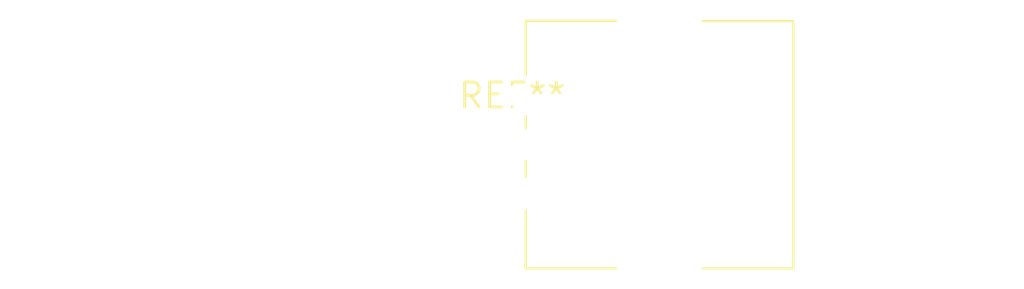
<source format=kicad_pcb>
(kicad_pcb (version 20240108) (generator pcbnew)
  (layers (0 "F.Cu" signal) (31 "B.Cu" signal) (34 "B.Paste" user) (35 "F.Paste" user) (36 "B.SilkS" user "B.Silkscreen") (37 "F.SilkS" user "F.Silkscreen") (38 "B.Mask" user) (39 "F.Mask" user) (44 "Edge.Cuts" user))
  (net 0 "")
  (footprint "RotaryEncoder_Bourns_Vertical_PEC12R-3x17F-Nxxxx" (layer "F.Cu") (at 0 0)
    (property "Reference" "REF**")
    (property "Value" "RotaryEncoder_Bourns_Vertical_PEC12R-3x17F-Nxxxx")
    (fp_line (start 0.69 -3.81) (end 5.3 -3.81) (layer "F.SilkS") (stroke (width 0.12)))
    (fp_line (start 0.69 -1.05) (end 0.69 -3.81) (layer "F.SilkS") (stroke (width 0.12)))
    (fp_line (start 0.69 1.05) (end 0.69 1.65) (layer "F.SilkS") (stroke (width 0.12)))
    (fp_line (start 0.69 3.35) (end 0.69 4.15) (layer "F.SilkS") (stroke (width 0.12)))
    (fp_line (start 0.69 5.85) (end 0.69 8.81) (layer "F.SilkS") (stroke (width 0.12)))
    (fp_line (start 5.3 8.81) (end 0.69 8.81) (layer "F.SilkS") (stroke (width 0.12)))
    (fp_line (start 9.7 -3.8) (end 14.31 -3.8) (layer "F.SilkS") (stroke (width 0.12)))
    (fp_line (start 14.31 -3.8) (end 14.31 8.81) (layer "F.SilkS") (stroke (width 0.12)))
    (fp_line (start 14.31 8.81) (end 9.7 8.81) (layer "F.SilkS") (stroke (width 0.12)))
    (pad "A" thru_hole roundrect (at 0 0) (size 1.6 1.6) (drill 1) (layers *.Cu *.Mask) (remove_unused_layers) (roundrect_rratio 0.15625))
    (pad "B" thru_hole circle (at 0 5) (size 1.6 1.6) (drill 1) (layers *.Cu *.Mask) (remove_unused_layers))
    (pad "C" thru_hole circle (at 0 2.5) (size 1.6 1.6) (drill 1) (layers *.Cu *.Mask) (remove_unused_layers))
    (pad "SH" thru_hole oval (at 7.5 -3.1) (size 4.1 3) (drill oval 3.1 2) (layers *.Cu *.Mask) (remove_unused_layers))
    (pad "SH" thru_hole oval (at 7.5 8.1) (size 4.1 3) (drill oval 3.1 2) (layers *.Cu *.Mask) (remove_unused_layers))
  )
)
</source>
